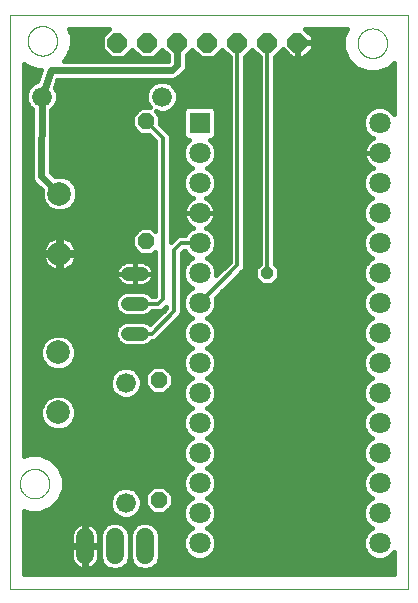
<source format=gbl>
G75*
%MOIN*%
%OFA0B0*%
%FSLAX25Y25*%
%IPPOS*%
%LPD*%
%AMOC8*
5,1,8,0,0,1.08239X$1,22.5*
%
%ADD10C,0.00000*%
%ADD11OC8,0.05200*%
%ADD12R,0.07087X0.07087*%
%ADD13C,0.07087*%
%ADD14C,0.07874*%
%ADD15C,0.06000*%
%ADD16C,0.06600*%
%ADD17OC8,0.06496*%
%ADD18C,0.04500*%
%ADD19C,0.02400*%
%ADD20C,0.01200*%
%ADD21C,0.01600*%
%ADD22OC8,0.03962*%
D10*
X0037456Y0031440D02*
X0037456Y0222771D01*
X0170178Y0222771D01*
X0170178Y0031440D01*
X0037456Y0031440D01*
X0040735Y0066440D02*
X0040737Y0066580D01*
X0040743Y0066720D01*
X0040753Y0066859D01*
X0040767Y0066998D01*
X0040785Y0067137D01*
X0040806Y0067275D01*
X0040832Y0067413D01*
X0040862Y0067550D01*
X0040895Y0067685D01*
X0040933Y0067820D01*
X0040974Y0067954D01*
X0041019Y0068087D01*
X0041067Y0068218D01*
X0041120Y0068347D01*
X0041176Y0068476D01*
X0041235Y0068602D01*
X0041299Y0068727D01*
X0041365Y0068850D01*
X0041436Y0068971D01*
X0041509Y0069090D01*
X0041586Y0069207D01*
X0041667Y0069321D01*
X0041750Y0069433D01*
X0041837Y0069543D01*
X0041927Y0069651D01*
X0042019Y0069755D01*
X0042115Y0069857D01*
X0042214Y0069957D01*
X0042315Y0070053D01*
X0042419Y0070147D01*
X0042526Y0070237D01*
X0042635Y0070324D01*
X0042747Y0070409D01*
X0042861Y0070490D01*
X0042977Y0070568D01*
X0043095Y0070642D01*
X0043216Y0070713D01*
X0043338Y0070781D01*
X0043463Y0070845D01*
X0043589Y0070906D01*
X0043716Y0070963D01*
X0043846Y0071016D01*
X0043977Y0071066D01*
X0044109Y0071111D01*
X0044242Y0071154D01*
X0044377Y0071192D01*
X0044512Y0071226D01*
X0044649Y0071257D01*
X0044786Y0071284D01*
X0044924Y0071306D01*
X0045063Y0071325D01*
X0045202Y0071340D01*
X0045341Y0071351D01*
X0045481Y0071358D01*
X0045621Y0071361D01*
X0045761Y0071360D01*
X0045901Y0071355D01*
X0046040Y0071346D01*
X0046180Y0071333D01*
X0046319Y0071316D01*
X0046457Y0071295D01*
X0046595Y0071271D01*
X0046732Y0071242D01*
X0046868Y0071210D01*
X0047003Y0071173D01*
X0047137Y0071133D01*
X0047270Y0071089D01*
X0047401Y0071041D01*
X0047531Y0070990D01*
X0047660Y0070935D01*
X0047787Y0070876D01*
X0047912Y0070813D01*
X0048035Y0070748D01*
X0048157Y0070678D01*
X0048276Y0070605D01*
X0048394Y0070529D01*
X0048509Y0070450D01*
X0048622Y0070367D01*
X0048732Y0070281D01*
X0048840Y0070192D01*
X0048945Y0070100D01*
X0049048Y0070005D01*
X0049148Y0069907D01*
X0049245Y0069807D01*
X0049339Y0069703D01*
X0049431Y0069597D01*
X0049519Y0069489D01*
X0049604Y0069378D01*
X0049686Y0069264D01*
X0049765Y0069148D01*
X0049840Y0069031D01*
X0049912Y0068911D01*
X0049980Y0068789D01*
X0050045Y0068665D01*
X0050107Y0068539D01*
X0050165Y0068412D01*
X0050219Y0068283D01*
X0050270Y0068152D01*
X0050316Y0068020D01*
X0050359Y0067887D01*
X0050399Y0067753D01*
X0050434Y0067618D01*
X0050466Y0067481D01*
X0050493Y0067344D01*
X0050517Y0067206D01*
X0050537Y0067068D01*
X0050553Y0066929D01*
X0050565Y0066789D01*
X0050573Y0066650D01*
X0050577Y0066510D01*
X0050577Y0066370D01*
X0050573Y0066230D01*
X0050565Y0066091D01*
X0050553Y0065951D01*
X0050537Y0065812D01*
X0050517Y0065674D01*
X0050493Y0065536D01*
X0050466Y0065399D01*
X0050434Y0065262D01*
X0050399Y0065127D01*
X0050359Y0064993D01*
X0050316Y0064860D01*
X0050270Y0064728D01*
X0050219Y0064597D01*
X0050165Y0064468D01*
X0050107Y0064341D01*
X0050045Y0064215D01*
X0049980Y0064091D01*
X0049912Y0063969D01*
X0049840Y0063849D01*
X0049765Y0063732D01*
X0049686Y0063616D01*
X0049604Y0063502D01*
X0049519Y0063391D01*
X0049431Y0063283D01*
X0049339Y0063177D01*
X0049245Y0063073D01*
X0049148Y0062973D01*
X0049048Y0062875D01*
X0048945Y0062780D01*
X0048840Y0062688D01*
X0048732Y0062599D01*
X0048622Y0062513D01*
X0048509Y0062430D01*
X0048394Y0062351D01*
X0048276Y0062275D01*
X0048157Y0062202D01*
X0048035Y0062132D01*
X0047912Y0062067D01*
X0047787Y0062004D01*
X0047660Y0061945D01*
X0047531Y0061890D01*
X0047401Y0061839D01*
X0047270Y0061791D01*
X0047137Y0061747D01*
X0047003Y0061707D01*
X0046868Y0061670D01*
X0046732Y0061638D01*
X0046595Y0061609D01*
X0046457Y0061585D01*
X0046319Y0061564D01*
X0046180Y0061547D01*
X0046040Y0061534D01*
X0045901Y0061525D01*
X0045761Y0061520D01*
X0045621Y0061519D01*
X0045481Y0061522D01*
X0045341Y0061529D01*
X0045202Y0061540D01*
X0045063Y0061555D01*
X0044924Y0061574D01*
X0044786Y0061596D01*
X0044649Y0061623D01*
X0044512Y0061654D01*
X0044377Y0061688D01*
X0044242Y0061726D01*
X0044109Y0061769D01*
X0043977Y0061814D01*
X0043846Y0061864D01*
X0043716Y0061917D01*
X0043589Y0061974D01*
X0043463Y0062035D01*
X0043338Y0062099D01*
X0043216Y0062167D01*
X0043095Y0062238D01*
X0042977Y0062312D01*
X0042861Y0062390D01*
X0042747Y0062471D01*
X0042635Y0062556D01*
X0042526Y0062643D01*
X0042419Y0062733D01*
X0042315Y0062827D01*
X0042214Y0062923D01*
X0042115Y0063023D01*
X0042019Y0063125D01*
X0041927Y0063229D01*
X0041837Y0063337D01*
X0041750Y0063447D01*
X0041667Y0063559D01*
X0041586Y0063673D01*
X0041509Y0063790D01*
X0041436Y0063909D01*
X0041365Y0064030D01*
X0041299Y0064153D01*
X0041235Y0064278D01*
X0041176Y0064404D01*
X0041120Y0064533D01*
X0041067Y0064662D01*
X0041019Y0064793D01*
X0040974Y0064926D01*
X0040933Y0065060D01*
X0040895Y0065195D01*
X0040862Y0065330D01*
X0040832Y0065467D01*
X0040806Y0065605D01*
X0040785Y0065743D01*
X0040767Y0065882D01*
X0040753Y0066021D01*
X0040743Y0066160D01*
X0040737Y0066300D01*
X0040735Y0066440D01*
X0043335Y0214040D02*
X0043337Y0214180D01*
X0043343Y0214320D01*
X0043353Y0214459D01*
X0043367Y0214598D01*
X0043385Y0214737D01*
X0043406Y0214875D01*
X0043432Y0215013D01*
X0043462Y0215150D01*
X0043495Y0215285D01*
X0043533Y0215420D01*
X0043574Y0215554D01*
X0043619Y0215687D01*
X0043667Y0215818D01*
X0043720Y0215947D01*
X0043776Y0216076D01*
X0043835Y0216202D01*
X0043899Y0216327D01*
X0043965Y0216450D01*
X0044036Y0216571D01*
X0044109Y0216690D01*
X0044186Y0216807D01*
X0044267Y0216921D01*
X0044350Y0217033D01*
X0044437Y0217143D01*
X0044527Y0217251D01*
X0044619Y0217355D01*
X0044715Y0217457D01*
X0044814Y0217557D01*
X0044915Y0217653D01*
X0045019Y0217747D01*
X0045126Y0217837D01*
X0045235Y0217924D01*
X0045347Y0218009D01*
X0045461Y0218090D01*
X0045577Y0218168D01*
X0045695Y0218242D01*
X0045816Y0218313D01*
X0045938Y0218381D01*
X0046063Y0218445D01*
X0046189Y0218506D01*
X0046316Y0218563D01*
X0046446Y0218616D01*
X0046577Y0218666D01*
X0046709Y0218711D01*
X0046842Y0218754D01*
X0046977Y0218792D01*
X0047112Y0218826D01*
X0047249Y0218857D01*
X0047386Y0218884D01*
X0047524Y0218906D01*
X0047663Y0218925D01*
X0047802Y0218940D01*
X0047941Y0218951D01*
X0048081Y0218958D01*
X0048221Y0218961D01*
X0048361Y0218960D01*
X0048501Y0218955D01*
X0048640Y0218946D01*
X0048780Y0218933D01*
X0048919Y0218916D01*
X0049057Y0218895D01*
X0049195Y0218871D01*
X0049332Y0218842D01*
X0049468Y0218810D01*
X0049603Y0218773D01*
X0049737Y0218733D01*
X0049870Y0218689D01*
X0050001Y0218641D01*
X0050131Y0218590D01*
X0050260Y0218535D01*
X0050387Y0218476D01*
X0050512Y0218413D01*
X0050635Y0218348D01*
X0050757Y0218278D01*
X0050876Y0218205D01*
X0050994Y0218129D01*
X0051109Y0218050D01*
X0051222Y0217967D01*
X0051332Y0217881D01*
X0051440Y0217792D01*
X0051545Y0217700D01*
X0051648Y0217605D01*
X0051748Y0217507D01*
X0051845Y0217407D01*
X0051939Y0217303D01*
X0052031Y0217197D01*
X0052119Y0217089D01*
X0052204Y0216978D01*
X0052286Y0216864D01*
X0052365Y0216748D01*
X0052440Y0216631D01*
X0052512Y0216511D01*
X0052580Y0216389D01*
X0052645Y0216265D01*
X0052707Y0216139D01*
X0052765Y0216012D01*
X0052819Y0215883D01*
X0052870Y0215752D01*
X0052916Y0215620D01*
X0052959Y0215487D01*
X0052999Y0215353D01*
X0053034Y0215218D01*
X0053066Y0215081D01*
X0053093Y0214944D01*
X0053117Y0214806D01*
X0053137Y0214668D01*
X0053153Y0214529D01*
X0053165Y0214389D01*
X0053173Y0214250D01*
X0053177Y0214110D01*
X0053177Y0213970D01*
X0053173Y0213830D01*
X0053165Y0213691D01*
X0053153Y0213551D01*
X0053137Y0213412D01*
X0053117Y0213274D01*
X0053093Y0213136D01*
X0053066Y0212999D01*
X0053034Y0212862D01*
X0052999Y0212727D01*
X0052959Y0212593D01*
X0052916Y0212460D01*
X0052870Y0212328D01*
X0052819Y0212197D01*
X0052765Y0212068D01*
X0052707Y0211941D01*
X0052645Y0211815D01*
X0052580Y0211691D01*
X0052512Y0211569D01*
X0052440Y0211449D01*
X0052365Y0211332D01*
X0052286Y0211216D01*
X0052204Y0211102D01*
X0052119Y0210991D01*
X0052031Y0210883D01*
X0051939Y0210777D01*
X0051845Y0210673D01*
X0051748Y0210573D01*
X0051648Y0210475D01*
X0051545Y0210380D01*
X0051440Y0210288D01*
X0051332Y0210199D01*
X0051222Y0210113D01*
X0051109Y0210030D01*
X0050994Y0209951D01*
X0050876Y0209875D01*
X0050757Y0209802D01*
X0050635Y0209732D01*
X0050512Y0209667D01*
X0050387Y0209604D01*
X0050260Y0209545D01*
X0050131Y0209490D01*
X0050001Y0209439D01*
X0049870Y0209391D01*
X0049737Y0209347D01*
X0049603Y0209307D01*
X0049468Y0209270D01*
X0049332Y0209238D01*
X0049195Y0209209D01*
X0049057Y0209185D01*
X0048919Y0209164D01*
X0048780Y0209147D01*
X0048640Y0209134D01*
X0048501Y0209125D01*
X0048361Y0209120D01*
X0048221Y0209119D01*
X0048081Y0209122D01*
X0047941Y0209129D01*
X0047802Y0209140D01*
X0047663Y0209155D01*
X0047524Y0209174D01*
X0047386Y0209196D01*
X0047249Y0209223D01*
X0047112Y0209254D01*
X0046977Y0209288D01*
X0046842Y0209326D01*
X0046709Y0209369D01*
X0046577Y0209414D01*
X0046446Y0209464D01*
X0046316Y0209517D01*
X0046189Y0209574D01*
X0046063Y0209635D01*
X0045938Y0209699D01*
X0045816Y0209767D01*
X0045695Y0209838D01*
X0045577Y0209912D01*
X0045461Y0209990D01*
X0045347Y0210071D01*
X0045235Y0210156D01*
X0045126Y0210243D01*
X0045019Y0210333D01*
X0044915Y0210427D01*
X0044814Y0210523D01*
X0044715Y0210623D01*
X0044619Y0210725D01*
X0044527Y0210829D01*
X0044437Y0210937D01*
X0044350Y0211047D01*
X0044267Y0211159D01*
X0044186Y0211273D01*
X0044109Y0211390D01*
X0044036Y0211509D01*
X0043965Y0211630D01*
X0043899Y0211753D01*
X0043835Y0211878D01*
X0043776Y0212004D01*
X0043720Y0212133D01*
X0043667Y0212262D01*
X0043619Y0212393D01*
X0043574Y0212526D01*
X0043533Y0212660D01*
X0043495Y0212795D01*
X0043462Y0212930D01*
X0043432Y0213067D01*
X0043406Y0213205D01*
X0043385Y0213343D01*
X0043367Y0213482D01*
X0043353Y0213621D01*
X0043343Y0213760D01*
X0043337Y0213900D01*
X0043335Y0214040D01*
X0153335Y0213240D02*
X0153337Y0213380D01*
X0153343Y0213520D01*
X0153353Y0213659D01*
X0153367Y0213798D01*
X0153385Y0213937D01*
X0153406Y0214075D01*
X0153432Y0214213D01*
X0153462Y0214350D01*
X0153495Y0214485D01*
X0153533Y0214620D01*
X0153574Y0214754D01*
X0153619Y0214887D01*
X0153667Y0215018D01*
X0153720Y0215147D01*
X0153776Y0215276D01*
X0153835Y0215402D01*
X0153899Y0215527D01*
X0153965Y0215650D01*
X0154036Y0215771D01*
X0154109Y0215890D01*
X0154186Y0216007D01*
X0154267Y0216121D01*
X0154350Y0216233D01*
X0154437Y0216343D01*
X0154527Y0216451D01*
X0154619Y0216555D01*
X0154715Y0216657D01*
X0154814Y0216757D01*
X0154915Y0216853D01*
X0155019Y0216947D01*
X0155126Y0217037D01*
X0155235Y0217124D01*
X0155347Y0217209D01*
X0155461Y0217290D01*
X0155577Y0217368D01*
X0155695Y0217442D01*
X0155816Y0217513D01*
X0155938Y0217581D01*
X0156063Y0217645D01*
X0156189Y0217706D01*
X0156316Y0217763D01*
X0156446Y0217816D01*
X0156577Y0217866D01*
X0156709Y0217911D01*
X0156842Y0217954D01*
X0156977Y0217992D01*
X0157112Y0218026D01*
X0157249Y0218057D01*
X0157386Y0218084D01*
X0157524Y0218106D01*
X0157663Y0218125D01*
X0157802Y0218140D01*
X0157941Y0218151D01*
X0158081Y0218158D01*
X0158221Y0218161D01*
X0158361Y0218160D01*
X0158501Y0218155D01*
X0158640Y0218146D01*
X0158780Y0218133D01*
X0158919Y0218116D01*
X0159057Y0218095D01*
X0159195Y0218071D01*
X0159332Y0218042D01*
X0159468Y0218010D01*
X0159603Y0217973D01*
X0159737Y0217933D01*
X0159870Y0217889D01*
X0160001Y0217841D01*
X0160131Y0217790D01*
X0160260Y0217735D01*
X0160387Y0217676D01*
X0160512Y0217613D01*
X0160635Y0217548D01*
X0160757Y0217478D01*
X0160876Y0217405D01*
X0160994Y0217329D01*
X0161109Y0217250D01*
X0161222Y0217167D01*
X0161332Y0217081D01*
X0161440Y0216992D01*
X0161545Y0216900D01*
X0161648Y0216805D01*
X0161748Y0216707D01*
X0161845Y0216607D01*
X0161939Y0216503D01*
X0162031Y0216397D01*
X0162119Y0216289D01*
X0162204Y0216178D01*
X0162286Y0216064D01*
X0162365Y0215948D01*
X0162440Y0215831D01*
X0162512Y0215711D01*
X0162580Y0215589D01*
X0162645Y0215465D01*
X0162707Y0215339D01*
X0162765Y0215212D01*
X0162819Y0215083D01*
X0162870Y0214952D01*
X0162916Y0214820D01*
X0162959Y0214687D01*
X0162999Y0214553D01*
X0163034Y0214418D01*
X0163066Y0214281D01*
X0163093Y0214144D01*
X0163117Y0214006D01*
X0163137Y0213868D01*
X0163153Y0213729D01*
X0163165Y0213589D01*
X0163173Y0213450D01*
X0163177Y0213310D01*
X0163177Y0213170D01*
X0163173Y0213030D01*
X0163165Y0212891D01*
X0163153Y0212751D01*
X0163137Y0212612D01*
X0163117Y0212474D01*
X0163093Y0212336D01*
X0163066Y0212199D01*
X0163034Y0212062D01*
X0162999Y0211927D01*
X0162959Y0211793D01*
X0162916Y0211660D01*
X0162870Y0211528D01*
X0162819Y0211397D01*
X0162765Y0211268D01*
X0162707Y0211141D01*
X0162645Y0211015D01*
X0162580Y0210891D01*
X0162512Y0210769D01*
X0162440Y0210649D01*
X0162365Y0210532D01*
X0162286Y0210416D01*
X0162204Y0210302D01*
X0162119Y0210191D01*
X0162031Y0210083D01*
X0161939Y0209977D01*
X0161845Y0209873D01*
X0161748Y0209773D01*
X0161648Y0209675D01*
X0161545Y0209580D01*
X0161440Y0209488D01*
X0161332Y0209399D01*
X0161222Y0209313D01*
X0161109Y0209230D01*
X0160994Y0209151D01*
X0160876Y0209075D01*
X0160757Y0209002D01*
X0160635Y0208932D01*
X0160512Y0208867D01*
X0160387Y0208804D01*
X0160260Y0208745D01*
X0160131Y0208690D01*
X0160001Y0208639D01*
X0159870Y0208591D01*
X0159737Y0208547D01*
X0159603Y0208507D01*
X0159468Y0208470D01*
X0159332Y0208438D01*
X0159195Y0208409D01*
X0159057Y0208385D01*
X0158919Y0208364D01*
X0158780Y0208347D01*
X0158640Y0208334D01*
X0158501Y0208325D01*
X0158361Y0208320D01*
X0158221Y0208319D01*
X0158081Y0208322D01*
X0157941Y0208329D01*
X0157802Y0208340D01*
X0157663Y0208355D01*
X0157524Y0208374D01*
X0157386Y0208396D01*
X0157249Y0208423D01*
X0157112Y0208454D01*
X0156977Y0208488D01*
X0156842Y0208526D01*
X0156709Y0208569D01*
X0156577Y0208614D01*
X0156446Y0208664D01*
X0156316Y0208717D01*
X0156189Y0208774D01*
X0156063Y0208835D01*
X0155938Y0208899D01*
X0155816Y0208967D01*
X0155695Y0209038D01*
X0155577Y0209112D01*
X0155461Y0209190D01*
X0155347Y0209271D01*
X0155235Y0209356D01*
X0155126Y0209443D01*
X0155019Y0209533D01*
X0154915Y0209627D01*
X0154814Y0209723D01*
X0154715Y0209823D01*
X0154619Y0209925D01*
X0154527Y0210029D01*
X0154437Y0210137D01*
X0154350Y0210247D01*
X0154267Y0210359D01*
X0154186Y0210473D01*
X0154109Y0210590D01*
X0154036Y0210709D01*
X0153965Y0210830D01*
X0153899Y0210953D01*
X0153835Y0211078D01*
X0153776Y0211204D01*
X0153720Y0211333D01*
X0153667Y0211462D01*
X0153619Y0211593D01*
X0153574Y0211726D01*
X0153533Y0211860D01*
X0153495Y0211995D01*
X0153462Y0212130D01*
X0153432Y0212267D01*
X0153406Y0212405D01*
X0153385Y0212543D01*
X0153367Y0212682D01*
X0153353Y0212821D01*
X0153343Y0212960D01*
X0153337Y0213100D01*
X0153335Y0213240D01*
D11*
X0082856Y0187240D03*
X0082856Y0147240D03*
X0087056Y0101040D03*
X0087056Y0061040D03*
D12*
X0100656Y0186640D03*
D13*
X0100656Y0176640D03*
X0100656Y0166640D03*
X0100656Y0156640D03*
X0100656Y0146640D03*
X0100656Y0136640D03*
X0100656Y0126640D03*
X0100656Y0116640D03*
X0100656Y0106640D03*
X0100656Y0096640D03*
X0100656Y0086640D03*
X0100656Y0076640D03*
X0100656Y0066640D03*
X0100656Y0056640D03*
X0100656Y0046640D03*
X0160656Y0046640D03*
X0160656Y0056640D03*
X0160656Y0066640D03*
X0160656Y0076640D03*
X0160656Y0086640D03*
X0160656Y0096640D03*
X0160656Y0106640D03*
X0160656Y0116640D03*
X0160656Y0126640D03*
X0160656Y0136640D03*
X0160656Y0146640D03*
X0160656Y0156640D03*
X0160656Y0166640D03*
X0160656Y0176640D03*
X0160656Y0186640D03*
D14*
X0053955Y0163123D03*
X0053955Y0143123D03*
X0053558Y0110157D03*
X0053558Y0090157D03*
D15*
X0062456Y0048640D02*
X0062456Y0042640D01*
X0072456Y0042640D02*
X0072456Y0048640D01*
X0082456Y0048640D02*
X0082456Y0042640D01*
D16*
X0076056Y0060040D03*
X0076056Y0100040D03*
X0088056Y0195440D03*
X0048056Y0195440D03*
D17*
X0073256Y0213440D03*
X0083256Y0213440D03*
X0093256Y0213440D03*
X0103256Y0213440D03*
X0113256Y0213440D03*
X0123256Y0213440D03*
X0133256Y0213440D03*
D18*
X0081306Y0136440D02*
X0076806Y0136440D01*
X0076806Y0126440D02*
X0081306Y0126440D01*
X0081306Y0116440D02*
X0076806Y0116440D01*
D19*
X0053955Y0163123D02*
X0047856Y0168822D01*
X0048056Y0195440D01*
X0051056Y0204240D01*
X0091456Y0204240D01*
X0093256Y0206040D01*
X0093256Y0213440D01*
D20*
X0113256Y0213440D02*
X0113256Y0139240D01*
X0100656Y0126640D01*
X0092056Y0123840D02*
X0084656Y0116440D01*
X0079056Y0116440D01*
X0079056Y0126440D02*
X0086856Y0126440D01*
X0088456Y0128040D01*
X0088456Y0181640D01*
X0082856Y0187240D01*
X0094456Y0146640D02*
X0092056Y0144240D01*
X0092056Y0123840D01*
X0094456Y0146640D02*
X0100656Y0146640D01*
X0123256Y0136640D02*
X0123256Y0213440D01*
D21*
X0127711Y0210474D02*
X0129084Y0210474D01*
X0128398Y0211160D02*
X0131165Y0208392D01*
X0132974Y0208392D01*
X0132974Y0213158D01*
X0133539Y0213158D01*
X0133539Y0213723D01*
X0138304Y0213723D01*
X0138304Y0215531D01*
X0135865Y0217971D01*
X0149694Y0217971D01*
X0148535Y0215174D01*
X0148535Y0211307D01*
X0150015Y0207734D01*
X0152750Y0204999D01*
X0156323Y0203519D01*
X0160190Y0203519D01*
X0163763Y0204999D01*
X0165378Y0206614D01*
X0165378Y0189728D01*
X0165356Y0189780D01*
X0163796Y0191340D01*
X0161759Y0192184D01*
X0159554Y0192184D01*
X0157516Y0191340D01*
X0155957Y0189780D01*
X0155113Y0187743D01*
X0155113Y0185538D01*
X0155957Y0183500D01*
X0157516Y0181941D01*
X0158495Y0181536D01*
X0157856Y0181210D01*
X0157175Y0180716D01*
X0156581Y0180121D01*
X0156086Y0179441D01*
X0155705Y0178692D01*
X0155445Y0177892D01*
X0155313Y0177061D01*
X0155313Y0176726D01*
X0160570Y0176726D01*
X0160570Y0176555D01*
X0155313Y0176555D01*
X0155313Y0176220D01*
X0155445Y0175389D01*
X0155705Y0174589D01*
X0156086Y0173840D01*
X0156581Y0173159D01*
X0157175Y0172565D01*
X0157856Y0172070D01*
X0158495Y0171745D01*
X0157516Y0171340D01*
X0155957Y0169780D01*
X0155113Y0167743D01*
X0155113Y0165538D01*
X0155957Y0163500D01*
X0157516Y0161941D01*
X0158242Y0161640D01*
X0157516Y0161340D01*
X0155957Y0159780D01*
X0155113Y0157743D01*
X0155113Y0155538D01*
X0155957Y0153500D01*
X0157516Y0151941D01*
X0158242Y0151640D01*
X0157516Y0151340D01*
X0155957Y0149780D01*
X0155113Y0147743D01*
X0155113Y0145538D01*
X0155957Y0143500D01*
X0157516Y0141941D01*
X0158242Y0141640D01*
X0157516Y0141340D01*
X0155957Y0139780D01*
X0155113Y0137743D01*
X0155113Y0135538D01*
X0155957Y0133500D01*
X0157516Y0131941D01*
X0158242Y0131640D01*
X0157516Y0131340D01*
X0155957Y0129780D01*
X0155113Y0127743D01*
X0155113Y0125538D01*
X0155957Y0123500D01*
X0157516Y0121941D01*
X0158242Y0121640D01*
X0157516Y0121340D01*
X0155957Y0119780D01*
X0155113Y0117743D01*
X0155113Y0115538D01*
X0155957Y0113500D01*
X0157516Y0111941D01*
X0158242Y0111640D01*
X0157516Y0111340D01*
X0155957Y0109780D01*
X0155113Y0107743D01*
X0155113Y0105538D01*
X0155957Y0103500D01*
X0157516Y0101941D01*
X0158242Y0101640D01*
X0157516Y0101340D01*
X0155957Y0099780D01*
X0155113Y0097743D01*
X0155113Y0095538D01*
X0155957Y0093500D01*
X0157516Y0091941D01*
X0158242Y0091640D01*
X0157516Y0091340D01*
X0155957Y0089780D01*
X0155113Y0087743D01*
X0155113Y0085538D01*
X0155957Y0083500D01*
X0157516Y0081941D01*
X0158242Y0081640D01*
X0157516Y0081340D01*
X0155957Y0079780D01*
X0155113Y0077743D01*
X0155113Y0075538D01*
X0155957Y0073500D01*
X0157516Y0071941D01*
X0158242Y0071640D01*
X0157516Y0071340D01*
X0155957Y0069780D01*
X0155113Y0067743D01*
X0155113Y0065538D01*
X0155957Y0063500D01*
X0157516Y0061941D01*
X0158242Y0061640D01*
X0157516Y0061340D01*
X0155957Y0059780D01*
X0155113Y0057743D01*
X0155113Y0055538D01*
X0155957Y0053500D01*
X0157516Y0051941D01*
X0158242Y0051640D01*
X0157516Y0051340D01*
X0155957Y0049780D01*
X0155113Y0047743D01*
X0155113Y0045538D01*
X0155957Y0043500D01*
X0157516Y0041941D01*
X0159554Y0041097D01*
X0161759Y0041097D01*
X0163796Y0041941D01*
X0165356Y0043500D01*
X0165378Y0043553D01*
X0165378Y0036240D01*
X0042256Y0036240D01*
X0042256Y0057327D01*
X0043723Y0056719D01*
X0047590Y0056719D01*
X0051163Y0058199D01*
X0053898Y0060934D01*
X0055378Y0064507D01*
X0055378Y0068374D01*
X0053898Y0071947D01*
X0051163Y0074682D01*
X0047590Y0076162D01*
X0043723Y0076162D01*
X0042256Y0075554D01*
X0042256Y0206292D01*
X0042750Y0205799D01*
X0046323Y0204319D01*
X0047702Y0204319D01*
X0046397Y0200490D01*
X0045054Y0199934D01*
X0043563Y0198443D01*
X0042756Y0196495D01*
X0042756Y0194386D01*
X0043563Y0192438D01*
X0044824Y0191177D01*
X0044661Y0169414D01*
X0044637Y0169350D01*
X0044656Y0168780D01*
X0044652Y0168209D01*
X0044677Y0168146D01*
X0044680Y0168077D01*
X0044916Y0167558D01*
X0045130Y0167030D01*
X0045178Y0166981D01*
X0045207Y0166918D01*
X0045623Y0166529D01*
X0046023Y0166123D01*
X0046087Y0166096D01*
X0048018Y0164291D01*
X0048018Y0161943D01*
X0048922Y0159760D01*
X0050592Y0158090D01*
X0052774Y0157186D01*
X0055136Y0157186D01*
X0057318Y0158090D01*
X0058988Y0159760D01*
X0059892Y0161943D01*
X0059892Y0164304D01*
X0058988Y0166487D01*
X0057318Y0168157D01*
X0055136Y0169060D01*
X0052774Y0169060D01*
X0052437Y0168921D01*
X0051067Y0170202D01*
X0051224Y0191113D01*
X0052549Y0192438D01*
X0053356Y0194386D01*
X0053356Y0196495D01*
X0052549Y0198443D01*
X0052483Y0198509D01*
X0053346Y0201040D01*
X0092093Y0201040D01*
X0093269Y0201528D01*
X0094169Y0202428D01*
X0095969Y0204228D01*
X0096456Y0205404D01*
X0096456Y0209219D01*
X0098256Y0211019D01*
X0101083Y0208192D01*
X0105430Y0208192D01*
X0108256Y0211019D01*
X0110656Y0208619D01*
X0110656Y0140317D01*
X0106200Y0135861D01*
X0106200Y0137743D01*
X0105356Y0139780D01*
X0103796Y0141340D01*
X0103071Y0141640D01*
X0103796Y0141941D01*
X0105356Y0143500D01*
X0106200Y0145538D01*
X0106200Y0147743D01*
X0105356Y0149780D01*
X0103796Y0151340D01*
X0102818Y0151745D01*
X0103457Y0152070D01*
X0104137Y0152565D01*
X0104732Y0153159D01*
X0105226Y0153840D01*
X0105608Y0154589D01*
X0105868Y0155389D01*
X0106000Y0156220D01*
X0106000Y0156555D01*
X0100742Y0156555D01*
X0100742Y0156726D01*
X0106000Y0156726D01*
X0106000Y0157061D01*
X0105868Y0157892D01*
X0105608Y0158692D01*
X0105226Y0159441D01*
X0104732Y0160121D01*
X0104137Y0160716D01*
X0103457Y0161210D01*
X0102818Y0161536D01*
X0103796Y0161941D01*
X0105356Y0163500D01*
X0106200Y0165538D01*
X0106200Y0167743D01*
X0105356Y0169780D01*
X0103796Y0171340D01*
X0103071Y0171640D01*
X0103796Y0171941D01*
X0105356Y0173500D01*
X0106200Y0175538D01*
X0106200Y0177743D01*
X0105356Y0179780D01*
X0104039Y0181097D01*
X0105028Y0181097D01*
X0106200Y0182269D01*
X0106200Y0191012D01*
X0105028Y0192184D01*
X0096285Y0192184D01*
X0095113Y0191012D01*
X0095113Y0182269D01*
X0096285Y0181097D01*
X0097274Y0181097D01*
X0095957Y0179780D01*
X0095113Y0177743D01*
X0095113Y0175538D01*
X0095957Y0173500D01*
X0097516Y0171941D01*
X0098242Y0171640D01*
X0097516Y0171340D01*
X0095957Y0169780D01*
X0095113Y0167743D01*
X0095113Y0165538D01*
X0095957Y0163500D01*
X0097516Y0161941D01*
X0098495Y0161536D01*
X0097856Y0161210D01*
X0097175Y0160716D01*
X0096581Y0160121D01*
X0096086Y0159441D01*
X0095705Y0158692D01*
X0095445Y0157892D01*
X0095313Y0157061D01*
X0095313Y0156726D01*
X0100570Y0156726D01*
X0100570Y0156555D01*
X0095313Y0156555D01*
X0095313Y0156220D01*
X0095445Y0155389D01*
X0095705Y0154589D01*
X0096086Y0153840D01*
X0096581Y0153159D01*
X0097175Y0152565D01*
X0097856Y0152070D01*
X0098495Y0151745D01*
X0097516Y0151340D01*
X0095957Y0149780D01*
X0095733Y0149240D01*
X0093939Y0149240D01*
X0092984Y0148845D01*
X0091056Y0146917D01*
X0091056Y0182158D01*
X0090661Y0183113D01*
X0087456Y0186317D01*
X0087456Y0189146D01*
X0086080Y0190523D01*
X0087002Y0190140D01*
X0089111Y0190140D01*
X0091059Y0190947D01*
X0092549Y0192438D01*
X0093356Y0194386D01*
X0093356Y0196495D01*
X0092549Y0198443D01*
X0091059Y0199934D01*
X0089111Y0200740D01*
X0087002Y0200740D01*
X0085054Y0199934D01*
X0083563Y0198443D01*
X0082756Y0196495D01*
X0082756Y0194386D01*
X0083563Y0192438D01*
X0084161Y0191840D01*
X0080951Y0191840D01*
X0078256Y0189146D01*
X0078256Y0185335D01*
X0080951Y0182640D01*
X0083779Y0182640D01*
X0085856Y0180563D01*
X0085856Y0150746D01*
X0084762Y0151840D01*
X0080951Y0151840D01*
X0078256Y0149146D01*
X0078256Y0145335D01*
X0080951Y0142640D01*
X0084762Y0142640D01*
X0085856Y0143735D01*
X0085856Y0129117D01*
X0085779Y0129040D01*
X0084717Y0129040D01*
X0083714Y0130043D01*
X0082152Y0130690D01*
X0075961Y0130690D01*
X0074399Y0130043D01*
X0073203Y0128848D01*
X0072556Y0127286D01*
X0072556Y0125595D01*
X0073203Y0124033D01*
X0074399Y0122837D01*
X0075961Y0122190D01*
X0082152Y0122190D01*
X0083714Y0122837D01*
X0084717Y0123840D01*
X0087374Y0123840D01*
X0088329Y0124236D01*
X0089456Y0125363D01*
X0089456Y0124917D01*
X0084148Y0119609D01*
X0083714Y0120043D01*
X0082152Y0120690D01*
X0075961Y0120690D01*
X0074399Y0120043D01*
X0073203Y0118848D01*
X0072556Y0117286D01*
X0072556Y0115595D01*
X0073203Y0114033D01*
X0074399Y0112837D01*
X0075961Y0112190D01*
X0082152Y0112190D01*
X0083714Y0112837D01*
X0084717Y0113840D01*
X0085174Y0113840D01*
X0086129Y0114236D01*
X0094261Y0122368D01*
X0094656Y0123323D01*
X0094656Y0143163D01*
X0095533Y0144040D01*
X0095733Y0144040D01*
X0095957Y0143500D01*
X0097516Y0141941D01*
X0098242Y0141640D01*
X0097516Y0141340D01*
X0095957Y0139780D01*
X0095113Y0137743D01*
X0095113Y0135538D01*
X0095957Y0133500D01*
X0097516Y0131941D01*
X0098242Y0131640D01*
X0097516Y0131340D01*
X0095957Y0129780D01*
X0095113Y0127743D01*
X0095113Y0125538D01*
X0095957Y0123500D01*
X0097516Y0121941D01*
X0098242Y0121640D01*
X0097516Y0121340D01*
X0095957Y0119780D01*
X0095113Y0117743D01*
X0095113Y0115538D01*
X0095957Y0113500D01*
X0097516Y0111941D01*
X0098242Y0111640D01*
X0097516Y0111340D01*
X0095957Y0109780D01*
X0095113Y0107743D01*
X0095113Y0105538D01*
X0095957Y0103500D01*
X0097516Y0101941D01*
X0098242Y0101640D01*
X0097516Y0101340D01*
X0095957Y0099780D01*
X0095113Y0097743D01*
X0095113Y0095538D01*
X0095957Y0093500D01*
X0097516Y0091941D01*
X0098242Y0091640D01*
X0097516Y0091340D01*
X0095957Y0089780D01*
X0095113Y0087743D01*
X0095113Y0085538D01*
X0095957Y0083500D01*
X0097516Y0081941D01*
X0098242Y0081640D01*
X0097516Y0081340D01*
X0095957Y0079780D01*
X0095113Y0077743D01*
X0095113Y0075538D01*
X0095957Y0073500D01*
X0097516Y0071941D01*
X0098242Y0071640D01*
X0097516Y0071340D01*
X0095957Y0069780D01*
X0095113Y0067743D01*
X0095113Y0065538D01*
X0095957Y0063500D01*
X0097516Y0061941D01*
X0098242Y0061640D01*
X0097516Y0061340D01*
X0095957Y0059780D01*
X0095113Y0057743D01*
X0095113Y0055538D01*
X0095957Y0053500D01*
X0097516Y0051941D01*
X0098242Y0051640D01*
X0097516Y0051340D01*
X0095957Y0049780D01*
X0095113Y0047743D01*
X0095113Y0045538D01*
X0095957Y0043500D01*
X0097516Y0041941D01*
X0099554Y0041097D01*
X0101759Y0041097D01*
X0103796Y0041941D01*
X0105356Y0043500D01*
X0106200Y0045538D01*
X0106200Y0047743D01*
X0105356Y0049780D01*
X0103796Y0051340D01*
X0103071Y0051640D01*
X0103796Y0051941D01*
X0105356Y0053500D01*
X0106200Y0055538D01*
X0106200Y0057743D01*
X0105356Y0059780D01*
X0103796Y0061340D01*
X0103071Y0061640D01*
X0103796Y0061941D01*
X0105356Y0063500D01*
X0106200Y0065538D01*
X0106200Y0067743D01*
X0105356Y0069780D01*
X0103796Y0071340D01*
X0103071Y0071640D01*
X0103796Y0071941D01*
X0105356Y0073500D01*
X0106200Y0075538D01*
X0106200Y0077743D01*
X0105356Y0079780D01*
X0103796Y0081340D01*
X0103071Y0081640D01*
X0103796Y0081941D01*
X0105356Y0083500D01*
X0106200Y0085538D01*
X0106200Y0087743D01*
X0105356Y0089780D01*
X0103796Y0091340D01*
X0103071Y0091640D01*
X0103796Y0091941D01*
X0105356Y0093500D01*
X0106200Y0095538D01*
X0106200Y0097743D01*
X0105356Y0099780D01*
X0103796Y0101340D01*
X0103071Y0101640D01*
X0103796Y0101941D01*
X0105356Y0103500D01*
X0106200Y0105538D01*
X0106200Y0107743D01*
X0105356Y0109780D01*
X0103796Y0111340D01*
X0103071Y0111640D01*
X0103796Y0111941D01*
X0105356Y0113500D01*
X0106200Y0115538D01*
X0106200Y0117743D01*
X0105356Y0119780D01*
X0103796Y0121340D01*
X0103071Y0121640D01*
X0103796Y0121941D01*
X0105356Y0123500D01*
X0106200Y0125538D01*
X0106200Y0127743D01*
X0105976Y0128283D01*
X0115461Y0137768D01*
X0115856Y0138723D01*
X0115856Y0208619D01*
X0118256Y0211019D01*
X0120656Y0208619D01*
X0120656Y0139671D01*
X0119275Y0138289D01*
X0119275Y0134991D01*
X0121607Y0132659D01*
X0124905Y0132659D01*
X0127237Y0134991D01*
X0127237Y0138289D01*
X0125856Y0139671D01*
X0125856Y0208619D01*
X0128398Y0211160D01*
X0126113Y0208875D02*
X0130683Y0208875D01*
X0132974Y0208875D02*
X0133539Y0208875D01*
X0133539Y0208392D02*
X0135347Y0208392D01*
X0138304Y0211349D01*
X0138304Y0213158D01*
X0133539Y0213158D01*
X0133539Y0208392D01*
X0133539Y0210474D02*
X0132974Y0210474D01*
X0132974Y0212072D02*
X0133539Y0212072D01*
X0133539Y0213671D02*
X0148535Y0213671D01*
X0148575Y0215269D02*
X0138304Y0215269D01*
X0136968Y0216868D02*
X0149237Y0216868D01*
X0148535Y0212072D02*
X0138304Y0212072D01*
X0137429Y0210474D02*
X0148880Y0210474D01*
X0149542Y0208875D02*
X0135830Y0208875D01*
X0125856Y0207277D02*
X0150472Y0207277D01*
X0152071Y0205678D02*
X0125856Y0205678D01*
X0125856Y0204080D02*
X0154970Y0204080D01*
X0161543Y0204080D02*
X0165378Y0204080D01*
X0165378Y0205678D02*
X0164442Y0205678D01*
X0165378Y0202481D02*
X0125856Y0202481D01*
X0125856Y0200883D02*
X0165378Y0200883D01*
X0165378Y0199284D02*
X0125856Y0199284D01*
X0125856Y0197686D02*
X0165378Y0197686D01*
X0165378Y0196087D02*
X0125856Y0196087D01*
X0125856Y0194489D02*
X0165378Y0194489D01*
X0165378Y0192890D02*
X0125856Y0192890D01*
X0125856Y0191292D02*
X0157468Y0191292D01*
X0155921Y0189693D02*
X0125856Y0189693D01*
X0125856Y0188095D02*
X0155259Y0188095D01*
X0155113Y0186496D02*
X0125856Y0186496D01*
X0125856Y0184898D02*
X0155378Y0184898D01*
X0156158Y0183299D02*
X0125856Y0183299D01*
X0125856Y0181700D02*
X0158097Y0181700D01*
X0156567Y0180102D02*
X0125856Y0180102D01*
X0125856Y0178503D02*
X0155643Y0178503D01*
X0155313Y0176905D02*
X0125856Y0176905D01*
X0125856Y0175306D02*
X0155472Y0175306D01*
X0156182Y0173708D02*
X0125856Y0173708D01*
X0125856Y0172109D02*
X0157802Y0172109D01*
X0156687Y0170511D02*
X0125856Y0170511D01*
X0125856Y0168912D02*
X0155597Y0168912D01*
X0155113Y0167314D02*
X0125856Y0167314D01*
X0125856Y0165715D02*
X0155113Y0165715D01*
X0155702Y0164117D02*
X0125856Y0164117D01*
X0125856Y0162518D02*
X0156939Y0162518D01*
X0157096Y0160920D02*
X0125856Y0160920D01*
X0125856Y0159321D02*
X0155767Y0159321D01*
X0155113Y0157723D02*
X0125856Y0157723D01*
X0125856Y0156124D02*
X0155113Y0156124D01*
X0155532Y0154526D02*
X0125856Y0154526D01*
X0125856Y0152927D02*
X0156530Y0152927D01*
X0157505Y0151329D02*
X0125856Y0151329D01*
X0125856Y0149730D02*
X0155936Y0149730D01*
X0155274Y0148132D02*
X0125856Y0148132D01*
X0125856Y0146533D02*
X0155113Y0146533D01*
X0155363Y0144935D02*
X0125856Y0144935D01*
X0125856Y0143336D02*
X0156121Y0143336D01*
X0158007Y0141738D02*
X0125856Y0141738D01*
X0125856Y0140139D02*
X0156316Y0140139D01*
X0155443Y0138541D02*
X0126986Y0138541D01*
X0127237Y0136942D02*
X0155113Y0136942D01*
X0155193Y0135344D02*
X0127237Y0135344D01*
X0125991Y0133745D02*
X0155856Y0133745D01*
X0157311Y0132147D02*
X0109840Y0132147D01*
X0111438Y0133745D02*
X0120522Y0133745D01*
X0119275Y0135344D02*
X0113037Y0135344D01*
X0114635Y0136942D02*
X0119275Y0136942D01*
X0119527Y0138541D02*
X0115781Y0138541D01*
X0115856Y0140139D02*
X0120656Y0140139D01*
X0120656Y0141738D02*
X0115856Y0141738D01*
X0115856Y0143336D02*
X0120656Y0143336D01*
X0120656Y0144935D02*
X0115856Y0144935D01*
X0115856Y0146533D02*
X0120656Y0146533D01*
X0120656Y0148132D02*
X0115856Y0148132D01*
X0115856Y0149730D02*
X0120656Y0149730D01*
X0120656Y0151329D02*
X0115856Y0151329D01*
X0115856Y0152927D02*
X0120656Y0152927D01*
X0120656Y0154526D02*
X0115856Y0154526D01*
X0115856Y0156124D02*
X0120656Y0156124D01*
X0120656Y0157723D02*
X0115856Y0157723D01*
X0115856Y0159321D02*
X0120656Y0159321D01*
X0120656Y0160920D02*
X0115856Y0160920D01*
X0115856Y0162518D02*
X0120656Y0162518D01*
X0120656Y0164117D02*
X0115856Y0164117D01*
X0115856Y0165715D02*
X0120656Y0165715D01*
X0120656Y0167314D02*
X0115856Y0167314D01*
X0115856Y0168912D02*
X0120656Y0168912D01*
X0120656Y0170511D02*
X0115856Y0170511D01*
X0115856Y0172109D02*
X0120656Y0172109D01*
X0120656Y0173708D02*
X0115856Y0173708D01*
X0115856Y0175306D02*
X0120656Y0175306D01*
X0120656Y0176905D02*
X0115856Y0176905D01*
X0115856Y0178503D02*
X0120656Y0178503D01*
X0120656Y0180102D02*
X0115856Y0180102D01*
X0115856Y0181700D02*
X0120656Y0181700D01*
X0120656Y0183299D02*
X0115856Y0183299D01*
X0115856Y0184898D02*
X0120656Y0184898D01*
X0120656Y0186496D02*
X0115856Y0186496D01*
X0115856Y0188095D02*
X0120656Y0188095D01*
X0120656Y0189693D02*
X0115856Y0189693D01*
X0115856Y0191292D02*
X0120656Y0191292D01*
X0120656Y0192890D02*
X0115856Y0192890D01*
X0115856Y0194489D02*
X0120656Y0194489D01*
X0120656Y0196087D02*
X0115856Y0196087D01*
X0115856Y0197686D02*
X0120656Y0197686D01*
X0120656Y0199284D02*
X0115856Y0199284D01*
X0115856Y0200883D02*
X0120656Y0200883D01*
X0120656Y0202481D02*
X0115856Y0202481D01*
X0115856Y0204080D02*
X0120656Y0204080D01*
X0120656Y0205678D02*
X0115856Y0205678D01*
X0115856Y0207277D02*
X0120656Y0207277D01*
X0120400Y0208875D02*
X0116113Y0208875D01*
X0117711Y0210474D02*
X0118801Y0210474D01*
X0110400Y0208875D02*
X0106113Y0208875D01*
X0107711Y0210474D02*
X0108801Y0210474D01*
X0110656Y0207277D02*
X0096456Y0207277D01*
X0096456Y0208875D02*
X0100400Y0208875D01*
X0098801Y0210474D02*
X0097711Y0210474D01*
X0096456Y0205678D02*
X0110656Y0205678D01*
X0110656Y0204080D02*
X0095821Y0204080D01*
X0094223Y0202481D02*
X0110656Y0202481D01*
X0110656Y0200883D02*
X0053292Y0200883D01*
X0052748Y0199284D02*
X0084405Y0199284D01*
X0083250Y0197686D02*
X0052863Y0197686D01*
X0053356Y0196087D02*
X0082756Y0196087D01*
X0082756Y0194489D02*
X0053356Y0194489D01*
X0052737Y0192890D02*
X0083376Y0192890D01*
X0080402Y0191292D02*
X0051403Y0191292D01*
X0051213Y0189693D02*
X0078804Y0189693D01*
X0078256Y0188095D02*
X0051201Y0188095D01*
X0051189Y0186496D02*
X0078256Y0186496D01*
X0078694Y0184898D02*
X0051177Y0184898D01*
X0051165Y0183299D02*
X0080292Y0183299D01*
X0084719Y0181700D02*
X0051153Y0181700D01*
X0051141Y0180102D02*
X0085856Y0180102D01*
X0085856Y0178503D02*
X0051129Y0178503D01*
X0051117Y0176905D02*
X0085856Y0176905D01*
X0085856Y0175306D02*
X0051105Y0175306D01*
X0051093Y0173708D02*
X0085856Y0173708D01*
X0085856Y0172109D02*
X0051081Y0172109D01*
X0051069Y0170511D02*
X0085856Y0170511D01*
X0085856Y0168912D02*
X0055493Y0168912D01*
X0058161Y0167314D02*
X0085856Y0167314D01*
X0085856Y0165715D02*
X0059307Y0165715D01*
X0059892Y0164117D02*
X0085856Y0164117D01*
X0085856Y0162518D02*
X0059892Y0162518D01*
X0059468Y0160920D02*
X0085856Y0160920D01*
X0085856Y0159321D02*
X0058549Y0159321D01*
X0056431Y0157723D02*
X0085856Y0157723D01*
X0085856Y0156124D02*
X0042256Y0156124D01*
X0042256Y0154526D02*
X0085856Y0154526D01*
X0085856Y0152927D02*
X0042256Y0152927D01*
X0042256Y0151329D02*
X0080439Y0151329D01*
X0078841Y0149730D02*
X0042256Y0149730D01*
X0042256Y0148132D02*
X0051147Y0148132D01*
X0050948Y0148030D02*
X0051753Y0148440D01*
X0052611Y0148719D01*
X0053475Y0148856D01*
X0053475Y0143603D01*
X0053475Y0142644D01*
X0048222Y0142644D01*
X0048359Y0141780D01*
X0048638Y0140921D01*
X0049048Y0140117D01*
X0049579Y0139386D01*
X0050217Y0138748D01*
X0050948Y0138217D01*
X0051753Y0137807D01*
X0052611Y0137528D01*
X0053475Y0137391D01*
X0053475Y0142644D01*
X0054434Y0142644D01*
X0054434Y0137391D01*
X0055298Y0137528D01*
X0056157Y0137807D01*
X0056962Y0138217D01*
X0057692Y0138748D01*
X0058331Y0139386D01*
X0058862Y0140117D01*
X0059271Y0140921D01*
X0059551Y0141780D01*
X0059687Y0142644D01*
X0054434Y0142644D01*
X0054434Y0143603D01*
X0053475Y0143603D01*
X0048222Y0143603D01*
X0048359Y0144467D01*
X0048638Y0145326D01*
X0049048Y0146130D01*
X0049579Y0146861D01*
X0050217Y0147499D01*
X0050948Y0148030D01*
X0049341Y0146533D02*
X0042256Y0146533D01*
X0042256Y0144935D02*
X0048511Y0144935D01*
X0048373Y0141738D02*
X0042256Y0141738D01*
X0042256Y0143336D02*
X0053475Y0143336D01*
X0054434Y0143336D02*
X0080255Y0143336D01*
X0078657Y0144935D02*
X0059399Y0144935D01*
X0059271Y0145326D02*
X0058862Y0146130D01*
X0058331Y0146861D01*
X0057692Y0147499D01*
X0056962Y0148030D01*
X0056157Y0148440D01*
X0055298Y0148719D01*
X0054434Y0148856D01*
X0054434Y0143603D01*
X0059687Y0143603D01*
X0059551Y0144467D01*
X0059271Y0145326D01*
X0058569Y0146533D02*
X0078256Y0146533D01*
X0078256Y0148132D02*
X0056762Y0148132D01*
X0054434Y0148132D02*
X0053475Y0148132D01*
X0053475Y0146533D02*
X0054434Y0146533D01*
X0054434Y0144935D02*
X0053475Y0144935D01*
X0053475Y0141738D02*
X0054434Y0141738D01*
X0054434Y0140139D02*
X0053475Y0140139D01*
X0053475Y0138541D02*
X0054434Y0138541D01*
X0057407Y0138541D02*
X0073339Y0138541D01*
X0073217Y0138359D02*
X0072912Y0137622D01*
X0072756Y0136839D01*
X0072756Y0136440D01*
X0072756Y0136042D01*
X0072912Y0135259D01*
X0073217Y0134522D01*
X0073661Y0133859D01*
X0074225Y0133295D01*
X0074888Y0132851D01*
X0075625Y0132546D01*
X0076407Y0132390D01*
X0079056Y0132390D01*
X0079056Y0136440D01*
X0079056Y0136440D01*
X0072756Y0136440D01*
X0079056Y0136440D01*
X0079056Y0136440D01*
X0079056Y0132390D01*
X0081705Y0132390D01*
X0082488Y0132546D01*
X0083225Y0132851D01*
X0083888Y0133295D01*
X0084452Y0133859D01*
X0084895Y0134522D01*
X0085201Y0135259D01*
X0085356Y0136042D01*
X0085356Y0136440D01*
X0079057Y0136440D01*
X0079057Y0136440D01*
X0085356Y0136440D01*
X0085356Y0136839D01*
X0085201Y0137622D01*
X0084895Y0138359D01*
X0084452Y0139022D01*
X0083888Y0139586D01*
X0083225Y0140029D01*
X0082488Y0140335D01*
X0081705Y0140490D01*
X0079056Y0140490D01*
X0076407Y0140490D01*
X0075625Y0140335D01*
X0074888Y0140029D01*
X0074225Y0139586D01*
X0073661Y0139022D01*
X0073217Y0138359D01*
X0072777Y0136942D02*
X0042256Y0136942D01*
X0042256Y0135344D02*
X0072895Y0135344D01*
X0073774Y0133745D02*
X0042256Y0133745D01*
X0042256Y0132147D02*
X0085856Y0132147D01*
X0085856Y0133745D02*
X0084339Y0133745D01*
X0085218Y0135344D02*
X0085856Y0135344D01*
X0085856Y0136942D02*
X0085336Y0136942D01*
X0085856Y0138541D02*
X0084774Y0138541D01*
X0085856Y0140139D02*
X0082960Y0140139D01*
X0085856Y0141738D02*
X0059537Y0141738D01*
X0058873Y0140139D02*
X0075153Y0140139D01*
X0079056Y0140139D02*
X0079056Y0140139D01*
X0079056Y0140490D02*
X0079056Y0136441D01*
X0079056Y0136441D01*
X0079056Y0140490D01*
X0079056Y0138541D02*
X0079056Y0138541D01*
X0079056Y0136942D02*
X0079056Y0136942D01*
X0079056Y0135344D02*
X0079056Y0135344D01*
X0079056Y0133745D02*
X0079056Y0133745D01*
X0075617Y0130548D02*
X0042256Y0130548D01*
X0042256Y0128950D02*
X0073305Y0128950D01*
X0072583Y0127351D02*
X0042256Y0127351D01*
X0042256Y0125753D02*
X0072556Y0125753D01*
X0073153Y0124154D02*
X0042256Y0124154D01*
X0042256Y0122556D02*
X0075079Y0122556D01*
X0073714Y0119359D02*
X0042256Y0119359D01*
X0042256Y0120957D02*
X0085496Y0120957D01*
X0087095Y0122556D02*
X0083033Y0122556D01*
X0088131Y0124154D02*
X0088693Y0124154D01*
X0092850Y0120957D02*
X0097134Y0120957D01*
X0096902Y0122556D02*
X0094338Y0122556D01*
X0094656Y0124154D02*
X0095686Y0124154D01*
X0095113Y0125753D02*
X0094656Y0125753D01*
X0094656Y0127351D02*
X0095113Y0127351D01*
X0094656Y0128950D02*
X0095613Y0128950D01*
X0094656Y0130548D02*
X0096725Y0130548D01*
X0097311Y0132147D02*
X0094656Y0132147D01*
X0094656Y0133745D02*
X0095856Y0133745D01*
X0095193Y0135344D02*
X0094656Y0135344D01*
X0094656Y0136942D02*
X0095113Y0136942D01*
X0095443Y0138541D02*
X0094656Y0138541D01*
X0094656Y0140139D02*
X0096316Y0140139D01*
X0094656Y0141738D02*
X0098007Y0141738D01*
X0096121Y0143336D02*
X0094829Y0143336D01*
X0092271Y0148132D02*
X0091056Y0148132D01*
X0091056Y0149730D02*
X0095936Y0149730D01*
X0097505Y0151329D02*
X0091056Y0151329D01*
X0091056Y0152927D02*
X0096813Y0152927D01*
X0095737Y0154526D02*
X0091056Y0154526D01*
X0091056Y0156124D02*
X0095328Y0156124D01*
X0095418Y0157723D02*
X0091056Y0157723D01*
X0091056Y0159321D02*
X0096025Y0159321D01*
X0097456Y0160920D02*
X0091056Y0160920D01*
X0091056Y0162518D02*
X0096939Y0162518D01*
X0095702Y0164117D02*
X0091056Y0164117D01*
X0091056Y0165715D02*
X0095113Y0165715D01*
X0095113Y0167314D02*
X0091056Y0167314D01*
X0091056Y0168912D02*
X0095597Y0168912D01*
X0096687Y0170511D02*
X0091056Y0170511D01*
X0091056Y0172109D02*
X0097348Y0172109D01*
X0095871Y0173708D02*
X0091056Y0173708D01*
X0091056Y0175306D02*
X0095209Y0175306D01*
X0095113Y0176905D02*
X0091056Y0176905D01*
X0091056Y0178503D02*
X0095428Y0178503D01*
X0096279Y0180102D02*
X0091056Y0180102D01*
X0091056Y0181700D02*
X0095681Y0181700D01*
X0095113Y0183299D02*
X0090475Y0183299D01*
X0088876Y0184898D02*
X0095113Y0184898D01*
X0095113Y0186496D02*
X0087456Y0186496D01*
X0087456Y0188095D02*
X0095113Y0188095D01*
X0095113Y0189693D02*
X0086909Y0189693D01*
X0091403Y0191292D02*
X0095392Y0191292D01*
X0092737Y0192890D02*
X0110656Y0192890D01*
X0110656Y0191292D02*
X0105920Y0191292D01*
X0106200Y0189693D02*
X0110656Y0189693D01*
X0110656Y0188095D02*
X0106200Y0188095D01*
X0106200Y0186496D02*
X0110656Y0186496D01*
X0110656Y0184898D02*
X0106200Y0184898D01*
X0106200Y0183299D02*
X0110656Y0183299D01*
X0110656Y0181700D02*
X0105631Y0181700D01*
X0105034Y0180102D02*
X0110656Y0180102D01*
X0110656Y0178503D02*
X0105885Y0178503D01*
X0106200Y0176905D02*
X0110656Y0176905D01*
X0110656Y0175306D02*
X0106104Y0175306D01*
X0105442Y0173708D02*
X0110656Y0173708D01*
X0110656Y0172109D02*
X0103965Y0172109D01*
X0104625Y0170511D02*
X0110656Y0170511D01*
X0110656Y0168912D02*
X0105715Y0168912D01*
X0106200Y0167314D02*
X0110656Y0167314D01*
X0110656Y0165715D02*
X0106200Y0165715D01*
X0105611Y0164117D02*
X0110656Y0164117D01*
X0110656Y0162518D02*
X0104374Y0162518D01*
X0103857Y0160920D02*
X0110656Y0160920D01*
X0110656Y0159321D02*
X0105287Y0159321D01*
X0105895Y0157723D02*
X0110656Y0157723D01*
X0110656Y0156124D02*
X0105985Y0156124D01*
X0105576Y0154526D02*
X0110656Y0154526D01*
X0110656Y0152927D02*
X0104500Y0152927D01*
X0103807Y0151329D02*
X0110656Y0151329D01*
X0110656Y0149730D02*
X0105377Y0149730D01*
X0106039Y0148132D02*
X0110656Y0148132D01*
X0110656Y0146533D02*
X0106200Y0146533D01*
X0105950Y0144935D02*
X0110656Y0144935D01*
X0110656Y0143336D02*
X0105192Y0143336D01*
X0103305Y0141738D02*
X0110656Y0141738D01*
X0110478Y0140139D02*
X0104997Y0140139D01*
X0105869Y0138541D02*
X0108880Y0138541D01*
X0107281Y0136942D02*
X0106200Y0136942D01*
X0108241Y0130548D02*
X0156725Y0130548D01*
X0155613Y0128950D02*
X0106643Y0128950D01*
X0106200Y0127351D02*
X0155113Y0127351D01*
X0155113Y0125753D02*
X0106200Y0125753D01*
X0105627Y0124154D02*
X0155686Y0124154D01*
X0156902Y0122556D02*
X0104411Y0122556D01*
X0104179Y0120957D02*
X0157134Y0120957D01*
X0155782Y0119359D02*
X0105531Y0119359D01*
X0106193Y0117760D02*
X0155120Y0117760D01*
X0155113Y0116162D02*
X0106200Y0116162D01*
X0105796Y0114563D02*
X0155517Y0114563D01*
X0156493Y0112964D02*
X0104820Y0112964D01*
X0103733Y0111366D02*
X0157580Y0111366D01*
X0155952Y0109767D02*
X0105361Y0109767D01*
X0106023Y0108169D02*
X0155290Y0108169D01*
X0155113Y0106570D02*
X0106200Y0106570D01*
X0105965Y0104972D02*
X0155347Y0104972D01*
X0156084Y0103373D02*
X0105229Y0103373D01*
X0103395Y0101775D02*
X0157917Y0101775D01*
X0156353Y0100176D02*
X0104960Y0100176D01*
X0105854Y0098578D02*
X0155459Y0098578D01*
X0155113Y0096979D02*
X0106200Y0096979D01*
X0106135Y0095381D02*
X0155178Y0095381D01*
X0155840Y0093782D02*
X0105473Y0093782D01*
X0104039Y0092184D02*
X0157274Y0092184D01*
X0156762Y0090585D02*
X0104551Y0090585D01*
X0105684Y0088987D02*
X0155628Y0088987D01*
X0155113Y0087388D02*
X0106200Y0087388D01*
X0106200Y0085790D02*
X0155113Y0085790D01*
X0155671Y0084191D02*
X0105642Y0084191D01*
X0104448Y0082593D02*
X0156865Y0082593D01*
X0157171Y0080994D02*
X0104142Y0080994D01*
X0105515Y0079396D02*
X0155798Y0079396D01*
X0155136Y0077797D02*
X0106177Y0077797D01*
X0106200Y0076199D02*
X0155113Y0076199D01*
X0155501Y0074600D02*
X0105811Y0074600D01*
X0104857Y0073002D02*
X0156456Y0073002D01*
X0157669Y0071403D02*
X0103643Y0071403D01*
X0105332Y0069805D02*
X0155981Y0069805D01*
X0155305Y0068206D02*
X0106008Y0068206D01*
X0106200Y0066608D02*
X0155113Y0066608D01*
X0155332Y0065009D02*
X0105981Y0065009D01*
X0105266Y0063411D02*
X0156047Y0063411D01*
X0157828Y0061812D02*
X0103485Y0061812D01*
X0104923Y0060214D02*
X0156390Y0060214D01*
X0155474Y0058615D02*
X0105838Y0058615D01*
X0106200Y0057017D02*
X0155113Y0057017D01*
X0155163Y0055418D02*
X0106150Y0055418D01*
X0105488Y0053820D02*
X0155825Y0053820D01*
X0157236Y0052221D02*
X0104076Y0052221D01*
X0104514Y0050623D02*
X0156799Y0050623D01*
X0155644Y0049024D02*
X0105669Y0049024D01*
X0106200Y0047426D02*
X0155113Y0047426D01*
X0155113Y0045827D02*
X0106200Y0045827D01*
X0105657Y0044229D02*
X0155655Y0044229D01*
X0156827Y0042630D02*
X0104485Y0042630D01*
X0096827Y0042630D02*
X0087456Y0042630D01*
X0087456Y0041646D02*
X0086695Y0039808D01*
X0085289Y0038402D01*
X0083451Y0037640D01*
X0081462Y0037640D01*
X0079624Y0038402D01*
X0078218Y0039808D01*
X0077456Y0041646D01*
X0076695Y0039808D01*
X0075289Y0038402D01*
X0073451Y0037640D01*
X0071462Y0037640D01*
X0069624Y0038402D01*
X0068218Y0039808D01*
X0067456Y0041646D01*
X0067456Y0049635D01*
X0068218Y0051473D01*
X0069624Y0052879D01*
X0071462Y0053640D01*
X0073451Y0053640D01*
X0075289Y0052879D01*
X0076695Y0051473D01*
X0077456Y0049635D01*
X0077456Y0041646D01*
X0077456Y0049635D01*
X0078218Y0051473D01*
X0079624Y0052879D01*
X0081462Y0053640D01*
X0083451Y0053640D01*
X0085289Y0052879D01*
X0086695Y0051473D01*
X0087456Y0049635D01*
X0087456Y0041646D01*
X0087202Y0041031D02*
X0165378Y0041031D01*
X0165378Y0039433D02*
X0086320Y0039433D01*
X0083919Y0037834D02*
X0165378Y0037834D01*
X0165378Y0042630D02*
X0164485Y0042630D01*
X0097828Y0061812D02*
X0091656Y0061812D01*
X0091656Y0062946D02*
X0091656Y0059135D01*
X0088962Y0056440D01*
X0085151Y0056440D01*
X0082456Y0059135D01*
X0082456Y0062946D01*
X0085151Y0065640D01*
X0088962Y0065640D01*
X0091656Y0062946D01*
X0091192Y0063411D02*
X0096047Y0063411D01*
X0095332Y0065009D02*
X0089593Y0065009D01*
X0091656Y0060214D02*
X0096390Y0060214D01*
X0095474Y0058615D02*
X0091136Y0058615D01*
X0089538Y0057017D02*
X0095113Y0057017D01*
X0095163Y0055418D02*
X0078747Y0055418D01*
X0079059Y0055547D02*
X0080549Y0057038D01*
X0081356Y0058986D01*
X0081356Y0061095D01*
X0080549Y0063043D01*
X0079059Y0064534D01*
X0077111Y0065340D01*
X0075002Y0065340D01*
X0073054Y0064534D01*
X0071563Y0063043D01*
X0070756Y0061095D01*
X0070756Y0058986D01*
X0071563Y0057038D01*
X0073054Y0055547D01*
X0075002Y0054740D01*
X0077111Y0054740D01*
X0079059Y0055547D01*
X0080528Y0057017D02*
X0084575Y0057017D01*
X0082976Y0058615D02*
X0081203Y0058615D01*
X0081356Y0060214D02*
X0082456Y0060214D01*
X0082456Y0061812D02*
X0081059Y0061812D01*
X0080181Y0063411D02*
X0082921Y0063411D01*
X0084520Y0065009D02*
X0077910Y0065009D01*
X0074202Y0065009D02*
X0055378Y0065009D01*
X0055378Y0066608D02*
X0095113Y0066608D01*
X0095305Y0068206D02*
X0055378Y0068206D01*
X0054785Y0069805D02*
X0095981Y0069805D01*
X0097669Y0071403D02*
X0054123Y0071403D01*
X0052843Y0073002D02*
X0096456Y0073002D01*
X0095501Y0074600D02*
X0051245Y0074600D01*
X0052377Y0084220D02*
X0050195Y0085124D01*
X0048525Y0086794D01*
X0047621Y0088976D01*
X0047621Y0091338D01*
X0048525Y0093520D01*
X0050195Y0095190D01*
X0052377Y0096094D01*
X0054739Y0096094D01*
X0056921Y0095190D01*
X0058591Y0093520D01*
X0059495Y0091338D01*
X0059495Y0088976D01*
X0058591Y0086794D01*
X0056921Y0085124D01*
X0054739Y0084220D01*
X0052377Y0084220D01*
X0049529Y0085790D02*
X0042256Y0085790D01*
X0042256Y0087388D02*
X0048279Y0087388D01*
X0047621Y0088987D02*
X0042256Y0088987D01*
X0042256Y0090585D02*
X0047621Y0090585D01*
X0047971Y0092184D02*
X0042256Y0092184D01*
X0042256Y0093782D02*
X0048787Y0093782D01*
X0050655Y0095381D02*
X0042256Y0095381D01*
X0042256Y0096979D02*
X0071622Y0096979D01*
X0071563Y0097038D02*
X0073054Y0095547D01*
X0075002Y0094740D01*
X0077111Y0094740D01*
X0079059Y0095547D01*
X0080549Y0097038D01*
X0081356Y0098986D01*
X0081356Y0101095D01*
X0080549Y0103043D01*
X0079059Y0104534D01*
X0077111Y0105340D01*
X0075002Y0105340D01*
X0073054Y0104534D01*
X0071563Y0103043D01*
X0070756Y0101095D01*
X0070756Y0098986D01*
X0071563Y0097038D01*
X0070925Y0098578D02*
X0042256Y0098578D01*
X0042256Y0100176D02*
X0070756Y0100176D01*
X0071038Y0101775D02*
X0042256Y0101775D01*
X0042256Y0103373D02*
X0071894Y0103373D01*
X0074113Y0104972D02*
X0056553Y0104972D01*
X0056921Y0105124D02*
X0058591Y0106794D01*
X0059495Y0108976D01*
X0059495Y0111338D01*
X0058591Y0113520D01*
X0056921Y0115190D01*
X0054739Y0116094D01*
X0052377Y0116094D01*
X0050195Y0115190D01*
X0048525Y0113520D01*
X0047621Y0111338D01*
X0047621Y0108976D01*
X0048525Y0106794D01*
X0050195Y0105124D01*
X0052377Y0104220D01*
X0054739Y0104220D01*
X0056921Y0105124D01*
X0058367Y0106570D02*
X0095113Y0106570D01*
X0095290Y0108169D02*
X0059161Y0108169D01*
X0059495Y0109767D02*
X0095952Y0109767D01*
X0097580Y0111366D02*
X0059483Y0111366D01*
X0058821Y0112964D02*
X0074272Y0112964D01*
X0072984Y0114563D02*
X0057548Y0114563D01*
X0049567Y0114563D02*
X0042256Y0114563D01*
X0042256Y0112964D02*
X0048295Y0112964D01*
X0047632Y0111366D02*
X0042256Y0111366D01*
X0042256Y0109767D02*
X0047621Y0109767D01*
X0047955Y0108169D02*
X0042256Y0108169D01*
X0042256Y0106570D02*
X0048749Y0106570D01*
X0050562Y0104972D02*
X0042256Y0104972D01*
X0042256Y0116162D02*
X0072556Y0116162D01*
X0072753Y0117760D02*
X0042256Y0117760D01*
X0042256Y0138541D02*
X0050502Y0138541D01*
X0049037Y0140139D02*
X0042256Y0140139D01*
X0042256Y0157723D02*
X0051479Y0157723D01*
X0049361Y0159321D02*
X0042256Y0159321D01*
X0042256Y0160920D02*
X0048441Y0160920D01*
X0048018Y0162518D02*
X0042256Y0162518D01*
X0042256Y0164117D02*
X0048018Y0164117D01*
X0046494Y0165715D02*
X0042256Y0165715D01*
X0042256Y0167314D02*
X0045015Y0167314D01*
X0044651Y0168912D02*
X0042256Y0168912D01*
X0042256Y0170511D02*
X0044669Y0170511D01*
X0044681Y0172109D02*
X0042256Y0172109D01*
X0042256Y0173708D02*
X0044693Y0173708D01*
X0044705Y0175306D02*
X0042256Y0175306D01*
X0042256Y0176905D02*
X0044717Y0176905D01*
X0044729Y0178503D02*
X0042256Y0178503D01*
X0042256Y0180102D02*
X0044741Y0180102D01*
X0044753Y0181700D02*
X0042256Y0181700D01*
X0042256Y0183299D02*
X0044765Y0183299D01*
X0044777Y0184898D02*
X0042256Y0184898D01*
X0042256Y0186496D02*
X0044789Y0186496D01*
X0044801Y0188095D02*
X0042256Y0188095D01*
X0042256Y0189693D02*
X0044813Y0189693D01*
X0044710Y0191292D02*
X0042256Y0191292D01*
X0042256Y0192890D02*
X0043376Y0192890D01*
X0042756Y0194489D02*
X0042256Y0194489D01*
X0042256Y0196087D02*
X0042756Y0196087D01*
X0043250Y0197686D02*
X0042256Y0197686D01*
X0042256Y0199284D02*
X0044405Y0199284D01*
X0046531Y0200883D02*
X0042256Y0200883D01*
X0042256Y0202481D02*
X0047076Y0202481D01*
X0047621Y0204080D02*
X0042256Y0204080D01*
X0042256Y0205678D02*
X0043042Y0205678D01*
X0055404Y0207440D02*
X0056498Y0208534D01*
X0057978Y0212107D01*
X0057978Y0215974D01*
X0057150Y0217971D01*
X0070365Y0217971D01*
X0068008Y0215614D01*
X0068008Y0211267D01*
X0071083Y0208192D01*
X0075430Y0208192D01*
X0078256Y0211019D01*
X0081083Y0208192D01*
X0085430Y0208192D01*
X0088256Y0211019D01*
X0090056Y0209219D01*
X0090056Y0207440D01*
X0055404Y0207440D01*
X0056639Y0208875D02*
X0070400Y0208875D01*
X0068801Y0210474D02*
X0057301Y0210474D01*
X0057963Y0212072D02*
X0068008Y0212072D01*
X0068008Y0213671D02*
X0057978Y0213671D01*
X0057978Y0215269D02*
X0068008Y0215269D01*
X0069262Y0216868D02*
X0057607Y0216868D01*
X0076113Y0208875D02*
X0080400Y0208875D01*
X0078801Y0210474D02*
X0077711Y0210474D01*
X0086113Y0208875D02*
X0090056Y0208875D01*
X0088801Y0210474D02*
X0087711Y0210474D01*
X0091708Y0199284D02*
X0110656Y0199284D01*
X0110656Y0197686D02*
X0092863Y0197686D01*
X0093356Y0196087D02*
X0110656Y0196087D01*
X0110656Y0194489D02*
X0093356Y0194489D01*
X0085856Y0151329D02*
X0085273Y0151329D01*
X0085458Y0143336D02*
X0085856Y0143336D01*
X0085856Y0130548D02*
X0082495Y0130548D01*
X0091251Y0119359D02*
X0095782Y0119359D01*
X0095120Y0117760D02*
X0089653Y0117760D01*
X0088054Y0116162D02*
X0095113Y0116162D01*
X0095517Y0114563D02*
X0086456Y0114563D01*
X0083841Y0112964D02*
X0096493Y0112964D01*
X0095347Y0104972D02*
X0089630Y0104972D01*
X0088962Y0105640D02*
X0085151Y0105640D01*
X0082456Y0102946D01*
X0082456Y0099135D01*
X0085151Y0096440D01*
X0088962Y0096440D01*
X0091656Y0099135D01*
X0091656Y0102946D01*
X0088962Y0105640D01*
X0091229Y0103373D02*
X0096084Y0103373D01*
X0097917Y0101775D02*
X0091656Y0101775D01*
X0091656Y0100176D02*
X0096353Y0100176D01*
X0095459Y0098578D02*
X0091099Y0098578D01*
X0089501Y0096979D02*
X0095113Y0096979D01*
X0095178Y0095381D02*
X0078657Y0095381D01*
X0080491Y0096979D02*
X0084612Y0096979D01*
X0083014Y0098578D02*
X0081187Y0098578D01*
X0081356Y0100176D02*
X0082456Y0100176D01*
X0082456Y0101775D02*
X0081075Y0101775D01*
X0080219Y0103373D02*
X0082884Y0103373D01*
X0084483Y0104972D02*
X0078000Y0104972D01*
X0073456Y0095381D02*
X0056461Y0095381D01*
X0058329Y0093782D02*
X0095840Y0093782D01*
X0097274Y0092184D02*
X0059145Y0092184D01*
X0059495Y0090585D02*
X0096762Y0090585D01*
X0095628Y0088987D02*
X0059495Y0088987D01*
X0058837Y0087388D02*
X0095113Y0087388D01*
X0095113Y0085790D02*
X0057587Y0085790D01*
X0042256Y0084191D02*
X0095671Y0084191D01*
X0096865Y0082593D02*
X0042256Y0082593D01*
X0042256Y0080994D02*
X0097171Y0080994D01*
X0095798Y0079396D02*
X0042256Y0079396D01*
X0042256Y0077797D02*
X0095136Y0077797D01*
X0095113Y0076199D02*
X0042256Y0076199D01*
X0053178Y0060214D02*
X0070756Y0060214D01*
X0070910Y0058615D02*
X0051579Y0058615D01*
X0048308Y0057017D02*
X0071585Y0057017D01*
X0073366Y0055418D02*
X0042256Y0055418D01*
X0042256Y0053820D02*
X0095825Y0053820D01*
X0097236Y0052221D02*
X0085947Y0052221D01*
X0087047Y0050623D02*
X0096799Y0050623D01*
X0095644Y0049024D02*
X0087456Y0049024D01*
X0087456Y0047426D02*
X0095113Y0047426D01*
X0095113Y0045827D02*
X0087456Y0045827D01*
X0087456Y0044229D02*
X0095655Y0044229D01*
X0080993Y0037834D02*
X0073919Y0037834D01*
X0070993Y0037834D02*
X0042256Y0037834D01*
X0042256Y0039433D02*
X0058876Y0039433D01*
X0058795Y0039513D02*
X0059329Y0038979D01*
X0059941Y0038535D01*
X0060614Y0038192D01*
X0061332Y0037959D01*
X0062079Y0037840D01*
X0062256Y0037840D01*
X0062256Y0045440D01*
X0062656Y0045440D01*
X0062656Y0037840D01*
X0062834Y0037840D01*
X0063580Y0037959D01*
X0064299Y0038192D01*
X0064972Y0038535D01*
X0065583Y0038979D01*
X0066118Y0039513D01*
X0066562Y0040125D01*
X0066905Y0040798D01*
X0067138Y0041516D01*
X0067256Y0042263D01*
X0067256Y0045440D01*
X0062656Y0045440D01*
X0062656Y0045840D01*
X0062256Y0045840D01*
X0062256Y0045440D01*
X0057656Y0045440D01*
X0057656Y0042263D01*
X0057775Y0041516D01*
X0058008Y0040798D01*
X0058351Y0040125D01*
X0058795Y0039513D01*
X0057932Y0041031D02*
X0042256Y0041031D01*
X0042256Y0042630D02*
X0057656Y0042630D01*
X0057656Y0044229D02*
X0042256Y0044229D01*
X0042256Y0045827D02*
X0062256Y0045827D01*
X0062256Y0045840D02*
X0057656Y0045840D01*
X0057656Y0049018D01*
X0057775Y0049764D01*
X0058008Y0050483D01*
X0058351Y0051156D01*
X0058795Y0051767D01*
X0059329Y0052302D01*
X0059941Y0052746D01*
X0060614Y0053089D01*
X0061332Y0053322D01*
X0062079Y0053440D01*
X0062256Y0053440D01*
X0062256Y0045840D01*
X0062656Y0045840D02*
X0062656Y0053440D01*
X0062834Y0053440D01*
X0063580Y0053322D01*
X0064299Y0053089D01*
X0064972Y0052746D01*
X0065583Y0052302D01*
X0066118Y0051767D01*
X0066562Y0051156D01*
X0066905Y0050483D01*
X0067138Y0049764D01*
X0067256Y0049018D01*
X0067256Y0045840D01*
X0062656Y0045840D01*
X0062656Y0045827D02*
X0067456Y0045827D01*
X0067456Y0044229D02*
X0067256Y0044229D01*
X0067256Y0042630D02*
X0067456Y0042630D01*
X0067711Y0041031D02*
X0066981Y0041031D01*
X0066037Y0039433D02*
X0068593Y0039433D01*
X0062656Y0039433D02*
X0062256Y0039433D01*
X0062256Y0041031D02*
X0062656Y0041031D01*
X0062656Y0042630D02*
X0062256Y0042630D01*
X0062256Y0044229D02*
X0062656Y0044229D01*
X0062656Y0047426D02*
X0062256Y0047426D01*
X0062256Y0049024D02*
X0062656Y0049024D01*
X0062656Y0050623D02*
X0062256Y0050623D01*
X0062256Y0052221D02*
X0062656Y0052221D01*
X0065664Y0052221D02*
X0068966Y0052221D01*
X0067865Y0050623D02*
X0066834Y0050623D01*
X0067255Y0049024D02*
X0067456Y0049024D01*
X0067456Y0047426D02*
X0067256Y0047426D01*
X0059249Y0052221D02*
X0042256Y0052221D01*
X0042256Y0050623D02*
X0058079Y0050623D01*
X0057657Y0049024D02*
X0042256Y0049024D01*
X0042256Y0047426D02*
X0057656Y0047426D01*
X0054261Y0061812D02*
X0071054Y0061812D01*
X0071931Y0063411D02*
X0054924Y0063411D01*
X0043005Y0057017D02*
X0042256Y0057017D01*
X0075947Y0052221D02*
X0078966Y0052221D01*
X0077865Y0050623D02*
X0077047Y0050623D01*
X0077456Y0049024D02*
X0077456Y0049024D01*
X0077456Y0047426D02*
X0077456Y0047426D01*
X0077456Y0045827D02*
X0077456Y0045827D01*
X0077456Y0044229D02*
X0077456Y0044229D01*
X0077456Y0042630D02*
X0077456Y0042630D01*
X0077202Y0041031D02*
X0077711Y0041031D01*
X0078593Y0039433D02*
X0076320Y0039433D01*
X0163845Y0191292D02*
X0165378Y0191292D01*
D22*
X0132056Y0155240D03*
X0123256Y0136640D03*
X0061656Y0212640D03*
M02*

</source>
